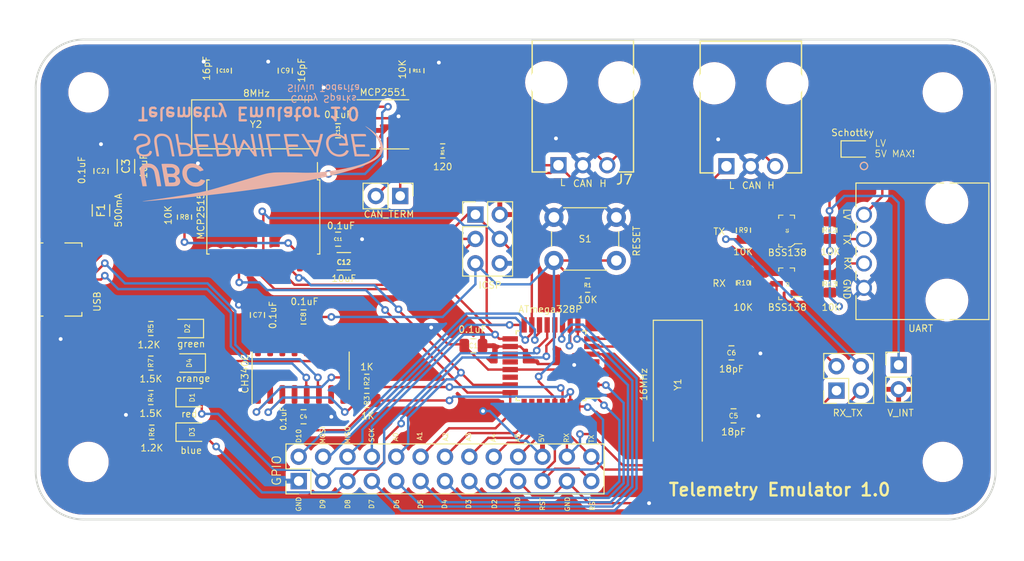
<source format=kicad_pcb>
(kicad_pcb (version 20211014) (generator pcbnew)
  (layers (0 "F.Cu" signal) (31 "B.Cu" signal) (34 "B.Paste" user) (35 "F.Paste" user) (36 "B.SilkS" user "B.Silkscreen") (37 "F.SilkS" user "F.Silkscreen") (38 "B.Mask" user) (39 "F.Mask" user) (44 "Edge.Cuts" user))
  (net 0 "")
  (net 1 "+5V")
  (net 2 "Earth")
  (net 3 "Net-(C5-Pad1)")
  (net 4 "Net-(C6-Pad1)")
  (net 5 "Net-(F1-Pad1)")
  (net 6 "MISO")
  (net 7 "SCK")
  (net 8 "MOSI")
  (net 9 "reset")
  (net 10 "D3")
  (net 11 "D4")
  (net 12 "D5")
  (net 13 "D6")
  (net 14 "D7")
  (net 15 "D8")
  (net 16 "D9")
  (net 20 "CAN_CS")
  (net 21 "CAN_INT")
  (net 22 "D10")
  (net 23 "A2")
  (net 24 "A3")
  (net 25 "A4")
  (net 26 "RX_USB")
  (net 27 "TX")
  (net 28 "A5")
  (net 30 "CANL")
  (net 31 "CANH")
  (net 33 "RX")
  (net 34 "TX_EXT")
  (net 35 "RX_EXT")
  (net 36 "D2")
  (net 37 "Net-(C8-Pad1)")
  (net 46 "Net-(C4-Pad2)")
  (net 47 "Net-(C9-Pad1)")
  (net 48 "Net-(D2-Pad2)")
  (net 49 "Net-(IC2-Pad1)")
  (net 50 "Net-(IC2-Pad2)")
  (net 57 "Net-(IC3-Pad8)")
  (net 58 "Net-(J1-Pad2)")
  (net 59 "Net-(J1-Pad3)")
  (net 60 "Net-(D4-Pad2)")
  (net 61 "Net-(D3-Pad1)")
  (net 62 "Net-(D1-Pad1)")
  (net 63 "Net-(R2-Pad1)")
  (net 64 "Net-(R3-Pad2)")
  (net 65 "Net-(J4-Pad1)")
  (net 66 "V_EXT")
  (net 67 "Net-(IC2-Pad17)")
  (net 68 "Net-(C10-Pad1)")
  (net 69 "Net-(D5-Pad2)")
  (net 70 "TX_USB")
  (footprint "Capacitor_SMD:C_0805_2012Metric" (layer "F.Cu") (at 157.48 92.642)
    (fp_text reference "C6")
    (fp_text value "18pF")
  )
  (footprint "Resistor_SMD:R_0805_2012Metric" (layer "F.Cu") (at 97 97.3)
    (fp_text reference "R4")
    (fp_text value "1.5K")
  )
  (footprint "Resistor_SMD:R_0805_2012Metric" (layer "F.Cu") (at 97 90.106)
    (fp_text reference "R5")
    (fp_text value "1.2K")
  )
  (footprint "MountingHole:MountingHole_3.2mm_M3" (layer "F.Cu") (at 179.5 104)
    (fp_text reference "H3")
    (fp_text value "MountingHole")
  )
  (footprint "Capacitor_SMD:C_1206_3216Metric" (layer "F.Cu") (at 94.4 73.2 90)
    (fp_text reference "C3")
    (fp_text value "10uF")
  )
  (footprint "Package_SO:SOIC-16_3.9x9.9mm_P1.27mm" (layer "F.Cu") (at 112.6 94.5 90)
    (fp_text reference "U1")
    (fp_text value "CH340C")
  )
  (footprint "Capacitor_SMD:C_0805_2012Metric" (layer "F.Cu") (at 157.7 99.2)
    (fp_text reference "C5")
    (fp_text value "18pF")
  )
  (footprint "Fuse:Fuse_1206_3216Metric" (layer "F.Cu") (at 91.8 77.8 90)
    (fp_text reference "F1")
    (fp_text value "500mA")
  )
  (footprint "digikey-footprints:SOT-23-3" (layer "F.Cu") (at 163.2325 79.947 180)
    (fp_text reference "Q1")
    (fp_text value "BSS138")
  )
  (footprint "Capacitor_SMD:C_0805_2012Metric" (layer "F.Cu") (at 104.648 63.246 90)
    (fp_text reference "C10")
    (fp_text value "16pF")
  )
  (footprint "Resistor_SMD:R_0805_2012Metric" (layer "F.Cu") (at 167.7325 85.447 -90)
    (fp_text reference "R13")
    (fp_text value "10K")
  )
  (footprint "LED_SMD:LED_0805_2012Metric" (layer "F.Cu") (at 101.3 100.9)
    (fp_text reference "D3")
    (fp_text value "blue")
  )
  (footprint "Button_Switch_THT:SW_PUSH_6mm" (layer "F.Cu") (at 138.99 78.522)
    (fp_text reference "S1")
    (fp_text value "RESET")
  )
  (footprint "Crystal:Crystal_SMD_HC49-SD" (layer "F.Cu") (at 107.95 68.834)
    (fp_text reference "Y2")
    (fp_text value "8MHz")
  )
  (footprint "Capacitor_SMD:C_0805_2012Metric" (layer "F.Cu") (at 112.9 88.9)
    (fp_text reference "C8")
    (fp_text value "0.1uF")
  )
  (footprint "Connector_PinHeader_2.54mm:PinHeader_2x03_P2.54mm_Vertical" (layer "F.Cu") (at 130.81 78.232)
    (fp_text reference "H1")
    (fp_text value "ICSP")
  )
  (footprint "Capacitor_SMD:C_0805_2012Metric" (layer "F.Cu") (at 130.6 91.9 180)
    (fp_text reference "C1")
    (fp_text value "0.1uF")
  )
  (footprint "Resistor_SMD:R_0805_2012Metric" (layer "F.Cu") (at 119.5 97.6 180)
    (fp_text reference "R3")
    (fp_text value "1K")
  )
  (footprint "MountingHole:MountingHole_3.2mm_M3" (layer "F.Cu") (at 90.5 104)
    (fp_text reference "H4")
    (fp_text value "MountingHole")
  )
  (footprint "Capacitor_SMD:C_0805_2012Metric" (layer "F.Cu") (at 112.9 99.3 180)
    (fp_text reference "C4")
    (fp_text value "0.1uF")
  )
  (footprint "Package_SO:SOIC-8_3.9x4.9mm_P1.27mm" (layer "F.Cu") (at 121.92 68.834)
    (fp_text reference "IC3")
    (fp_text value "MCP2551")
  )
  (footprint "Capacitor_SMD:C_0805_2012Metric" (layer "F.Cu") (at 91.8 73.7 -90)
    (fp_text reference "C2")
    (fp_text value "0.1uF")
  )
  (footprint "Capacitor_SMD:C_0805_2012Metric" (layer "F.Cu") (at 110.998 63.246 90)
    (fp_text reference "C9")
    (fp_text value "16pF")
  )
  (footprint "Connector_Molex:molex-sl-1x03-horizontal" (layer "F.Cu") (at 142 67 180)
    (fp_text reference "J7")
    (fp_text value "CAN")
  )
  (footprint "Capacitor_SMD:C_0805_2012Metric" (layer "F.Cu") (at 108.1 88.7 90)
    (fp_text reference "C7")
    (fp_text value "0.1uF")
  )
  (footprint "Package_SO:SOIC-18W_7.5x11.6mm_P1.27mm" (layer "F.Cu") (at 108.712 78.486 -90)
    (fp_text reference "IC2")
    (fp_text value "MCP2515")
  )
  (footprint "MountingHole:MountingHole_3.2mm_M3" (layer "F.Cu") (at 179.5 65.5)
    (fp_text reference "H2")
    (fp_text value "MountingHole")
  )
  (footprint "Capacitor_SMD:C_0805_2012Metric" (layer "F.Cu") (at 116.5 69.5 180)
    (fp_text reference "C13")
    (fp_text value "0.1uF")
  )
  (footprint "MountingHole:MountingHole_3.2mm_M3" (layer "F.Cu") (at 90.5 65.5)
    (fp_text reference "H5")
    (fp_text value "MountingHole")
  )
  (footprint "Connector_Molex:molex-sl-1x03-horizontal" (layer "F.Cu") (at 159.5 67.1 180)
    (fp_text reference "J8")
    (fp_text value "CAN")
  )
  (footprint "Capacitor_SMD:C_0805_2012Metric" (layer "F.Cu") (at 116.5 80.8)
    (fp_text reference "C11")
    (fp_text value "0.1uF")
  )
  (footprint "Resistor_SMD:R_0805_2012Metric" (layer "F.Cu") (at 97.1 100.9)
    (fp_text reference "R6")
    (fp_text value "1.2K")
  )
  (footprint "Resistor_SMD:R_0805_2012Metric" (layer "F.Cu") (at 124.714 63.246 -90)
    (fp_text reference "R11")
    (fp_text value "10K")
  )
  (footprint "Molex_SL:molex_sl_1x04_horizontal" (layer "F.Cu") (at 171.2885 78.2495 -90)
    (fp_text reference "J6")
    (fp_text value "UART")
  )
  (footprint "Resistor_SMD:R_0805_2012Metric" (layer "F.Cu") (at 127.4 71.6)
    (fp_text reference "R14")
    (fp_text value "120")
  )
  (footprint "Resistor_SMD:R_0805_2012Metric" (layer "F.Cu") (at 119.5 95.6)
    (fp_text reference "R2")
    (fp_text value "1K")
  )
  (footprint "Resistor_SMD:R_0805_2012Metric" (layer "F.Cu") (at 100.5 78.5 90)
    (fp_text reference "R8")
    (fp_text value "10K")
  )
  (footprint "Resistor_SMD:R_0805_2012Metric" (layer "F.Cu") (at 158.7325 79.8595 -90)
    (fp_text reference "R9")
    (fp_text value "10K")
  )
  (footprint "digikey-footprints:SOT-23-3" (layer "F.Cu") (at 163.2325 85.447 180)
    (fp_text reference "Q2")
    (fp_text value "BSS138")
  )
  (footprint "Package_QFP:TQFP-32_7x7mm_P0.8mm" (layer "F.Cu") (at 138.684 93.98 180)
    (fp_text reference "IC1")
    (fp_text value "ATmega328P")
  )
  (footprint "Resistor_SMD:R_0805_2012Metric" (layer "F.Cu") (at 142.5 85.6 180)
    (fp_text reference "R1")
    (fp_text value "10K")
  )
  (footprint "Connector_USB:USB_Micro-B_Molex_47346-0001" (layer "F.Cu") (at 88.1 85 -90)
    (fp_text reference "J1")
    (fp_text value "USB")
  )
  (footprint "LED_SMD:LED_0805_2012Metric" (layer "F.Cu") (at 100.8 90.106 180)
    (fp_text reference "D2")
    (fp_text value "green")
  )
  (footprint "Resistor_SMD:R_0805_2012Metric" (layer "F.Cu") (at 167.7325 79.8595 -90)
    (fp_text reference "R12")
    (fp_text value "10K")
  )
  (footprint "Connector_PinHeader_2.54mm:PinHeader_1x02_P2.54mm_Vertical" (layer "F.Cu") (at 174.9 93.9)
    (fp_text reference "J5")
    (fp_text value "V_INT")
  )
  (footprint "Connector_PinHeader_2.54mm:PinHeader_1x02_P2.54mm_Vertical" (layer "F.Cu") (at 122.975 76.3 -90)
    (fp_text reference "J4")
    (fp_text value "CAN_TERM")
  )
  (footprint "Diode_SMD:D_SOD-323" (layer "F.Cu") (at 170.4 71.4)
    (fp_text reference "D5")
    (fp_text value "Schottky")
  )
  (footprint "LED_SMD:LED_0805_2012Metric" (layer "F.Cu") (at 101 93.7 180)
    (fp_text reference "D4")
    (fp_text value "orange")
  )
  (footprint "LED_SMD:LED_0805_2012Metric" (layer "F.Cu") (at 101.3 97.3)
    (fp_text reference "D1")
    (fp_text value "red")
  )
  (footprint "Capacitor_SMD:C_1206_3216Metric" (layer "F.Cu") (at 117.1 83.1)
    (fp_text reference "C12")
    (fp_text value "10uF")
  )
  (footprint "Resistor_SMD:R_0805_2012Metric" (layer "F.Cu") (at 97 93.706)
    (fp_text reference "R7")
    (fp_text value "1.5K")
  )
  (footprint "Crystal:Crystal_SMD_HC49-SD" (layer "F.Cu") (at 151.892 95.944 -90)
    (fp_text reference "Y1")
    (fp_text value "16MHz")
  )
  (footprint "Connector_PinHeader_2.54mm:PinHeader_2x02_P2.54mm_Vertical" (layer "F.Cu") (at 168.425 96.575 90)
    (fp_text reference "J2")
    (fp_text value "RX_TX")
  )
  (footprint "Resistor_SMD:R_0805_2012Metric" (layer "F.Cu") (at 158.7325 85.3595 -90)
    (fp_text reference "R10")
    (fp_text value "10K")
  )
  (footprint "Connector_PinHeader_2.54mm:PinHeader_2x13_P2.54mm_Vertical" (layer "F.Cu") (at 112.4 106 90)
    (fp_text reference "J3")
    (fp_text value "GPIO")
  )
  (footprint "LOGO" (layer "B.Cu") (at 108 72.2)
    (fp_text reference "G***")
    (fp_text value "LOGO" hide)
  )
  (gr_arc (start 180 60) (mid 183.535534 61.464466) (end 185 65) (layer "Edge.Cuts") (width 0.2))
  (gr_line (start 90 110) (end 180 110) (layer "Edge.Cuts") (width 0.2))
  (gr_rect (start 185 110) (end 185 110) (layer "Edge.Cuts") (width 0.1) (fill none))
  (gr_line (start 185 105) (end 185 65) (layer "Edge.Cuts") (width 0.2))
  (gr_arc (start 185 105) (mid 183.535534 108.535534) (end 180 110) (layer "Edge.Cuts") (width 0.2))
  (gr_line (start 85 105) (end 85 65) (layer "Edge.Cuts") (width 0.2))
  (gr_arc (start 85 65) (mid 86.464466 61.464466) (end 90 60) (layer "Edge.Cuts") (width 0.2))
  (gr_arc (start 90 110) (mid 86.464466 108.535534) (end 85 105) (layer "Edge.Cuts") (width 0.2))
  (gr_line (start 90 60) (end 180 60) (layer "Edge.Cuts") (width 0.2))
  (gr_text "Telemetry Emulator 1.0" (at 107.2 67.7 180) (layer "B.SilkS") (effects (font (size 1.3 1.3) (thickness 0.25)) (justify mirror)))
  (gr_text "Colby Sparks\nSilviu Toderita" (at 115 65.6 180) (layer "B.SilkS") (effects (font (size 0.7 0.7) (thickness 0.1)) (justify mirror)))
  (gr_text "Telemetry Emulator 1.0" (at 162.5 106.9) (layer "F.SilkS") (effects (font (size 1.3 1.3) (thickness 0.25))))
  (gr_text "RX" (at 169.6 83.3 270) (layer "F.SilkS") (effects (font (size 0.7 0.7) (thickness 0.1))))
  (gr_text "GND" (at 169.5 86 270) (layer "F.SilkS") (effects (font (size 0.7 0.7) (thickness 0.1))))
  (gr_text "LV" (at 169.5 78.2 270) (layer "F.SilkS") (effects (font (size 0.7 0.7) (thickness 0.1))))
  (gr_text "TX" (at 169.5 80.8 270) (layer "F.SilkS") (effects (font (size 0.7 0.7) (thickness 0.1))))
  (segment (start 135.484 91.98) (end 137.304 93.8) (width 0.25) (layer "F.Cu") (net 1))
  (segment (start 140 93.8) (end 141.02 92.78) (width 0.25) (layer "F.Cu") (net 1))
  (segment (start 134.434 91.98) (end 135.484 91.98) (width 0.25) (layer "F.Cu") (net 1))
  (segment (start 143.98 92.78) (end 144.4 93.2) (width 0.25) (layer "F.Cu") (net 1))
  (segment (start 144.4 93.2) (end 144.4 94.2) (width 0.25) (layer "F.Cu") (net 1))
  (segment (start 141.02 92.78) (end 142.934 92.78) (width 0.25) (layer "F.Cu") (net 1))
  (segment (start 142.934 92.78) (end 143.98 92.78) (width 0.25) (layer "F.Cu") (net 1))
  (segment (start 144.22 94.38) (end 142.934 94.38) (width 0.25) (layer "F.Cu") (net 1))
  (segment (start 131.63 91.98) (end 134.434 91.98) (width 0.25) (layer "F.Cu") (net 1))
  (segment (start 137.304 93.8) (end 140 93.8) (width 0.25) (layer "F.Cu") (net 1))
  (segment (start 144.4 94.2) (end 144.22 94.38) (width 0.25) (layer "F.Cu") (net 1))
  (via (at 131.6 98.7) (size 0.8) (drill 0.4) (layers "F.Cu" "B.Cu") (net 1))
  (segment (start 135.4 101.8) (end 136.14 101.8) (width 0.25) (layer "B.Cu") (net 1))
  (segment (start 136.14 101.8) (end 137.8 103.46) (width 0.25) (layer "B.Cu") (net 1))
  (segment (start 132.3 98.7) (end 135.4 101.8) (width 0.25) (layer "B.Cu") (net 1))
  (segment (start 131.6 98.7) (end 132.3 98.7) (width 0.25) (layer "B.Cu") (net 1))
  (segment (start 106.174598 87.65) (end 106.158698 87.6341) (width 0.25) (layer "F.Cu") (net 2))
  (segment (start 115.55 65.55) (end 115.55 69.5) (width 0.25) (layer "F.Cu") (net 2))
  (segment (start 108.1 87.65) (end 106.174598 87.65) (width 0.25) (layer "F.Cu") (net 2))
  (segment (start 141.1 94.271) (end 142.009 95.18) (width 0.25) (layer "F.Cu") (net 2))
  (segment (start 115.8 99.3) (end 113.85 99.3) (width 0.25) (layer "F.Cu") (net 2))
  (segment (start 142.009 95.18) (end 142.934 95.18) (width 0.25) (layer "F.Cu") (net 2))
  (segment (start 106.3 96.5) (end 106.775 96.975) (width 0.25) (layer "F.Cu") (net 2))
  (segment (start 141.42 93.58) (end 142.934 93.58) (width 0.25) (layer "F.Cu") (net 2))
  (segment (start 140.62 94.38) (end 134.434 94.38) (width 0.25) (layer "F.Cu") (net 2))
  (segment (start 139.205 70.3) (end 139.2 70.3) (width 0.25) (layer "F.Cu") (net 2))
  (segment (start 127 62.4) (end 126.9335 62.3335) (width 0.25) (layer "F.Cu") (net 2))
  (segment (start 118.575 81.225) (end 119 80.8) (width 0.25) (layer "F.Cu") (net 2))
  (segment (start 122.8 68) (end 122.601 68.199) (width 0.25) (layer "F.Cu") (net 2))
  (segment (start 141.1 93.9) (end 141.42 93.58) (width 0.25) (layer "F.Cu") (net 2))
  (segment (start 118.575 83.1) (end 118.575 81.225) (width 0.25) (layer "F.Cu") (net 2))
  (segment (start 106.775 96.975) (end 108.155 96.975) (width 0.25) (layer "F.Cu") (net 2))
  (segment (start 104.644 62.3) (end 104.648 62.296) (width 0.25) (layer "F.Cu") (net 2))
  (segment (start 142.64 108.3) (end 140.34 106) (width 0.25) (layer "F.Cu") (net 2))
  (segment (start 159.5 73.195) (end 156.605 70.3) (width 0.25) (layer "F.Cu") (net 2))
  (segment (start 89.56 86.3) (end 87.15 86.3) (width 0.25) (layer "F.Cu") (net 2))
  (segment (start 142 73.095) (end 139.205 70.3) (width 0.25) (layer "F.Cu") (net 2))
  (segment (start 89.475 82.5125) (end 87.7875 82.5125) (width 0.25) (layer "F.Cu") (net 2))
  (segment (start 87.7875 82.5125) (end 86.9 81.625) (width 0.25) (layer "F.Cu") (net 2))
  (segment (start 160.5 92.7) (end 158.488 92.7) (width 0.25) (layer "F.Cu") (net 2))
  (segment (start 91.8 70.9) (end 93.575 70.9) (width 0.25) (layer "F.Cu") (net 2))
  (segment (start 109.224 62.296) (end 109.22 62.3) (width 0.25) (layer "F.Cu") (net 2))
  (segment (start 87.6 91.2) (end 87.171 90.771) (width 0.25) (layer "F.Cu") (net 2))
  (segment (start 158.488 92.7) (end 158.43 92.642) (width 0.25) (layer "F.Cu") (net 2))
  (segment (start 148.9 108.3) (end 142.64 108.3) (width 0.25) (layer "F.Cu") (net 2))
  (segment (start 96.1875 100.8875) (end 94.4 99.1) (width 0.25) (layer "F.Cu") (net 2))
  (segment (start 86.9 86.55) (end 86.9 83.85) (width 0.25) (layer "F.Cu") (net 2))
  (segment (start 93.575 70.9) (end 94.4 71.725) (width 0.25) (layer "F.Cu") (net 2))
  (segment (start 87.171 88.646) (end 86.9 88.375) (width 0.25) (layer "F.Cu") (net 2))
  (segment (start 141.1 93.9) (end 140.62 94.38) (width 0.25) (layer "F.Cu") (net 2))
  (segment (start 117.45 80.8) (end 119 80.8) (width 0.25) (layer "F.Cu") (net 2))
  (segment (start 87.171 90.771) (end 87.171 88.646) (width 0.25) (layer "F.Cu") (net 2))
  (segment (start 136.76 107.5) (end 135.26 106) (width 0.25) (layer "F.Cu") (net 2))
  (segment (start 86.9 83.85) (end 86.9 81.625) (width 0.25) (layer "F.Cu") (net 2))
  (segment (start 141.1 93.9) (end 141.1 94.271) (width 0.25) (layer "F.Cu") (net 2))
  (segment (start 129.65 91.9) (end 132.13 94.38) (width 0.25) (layer "F.Cu") (net 2))
  (segment (start 103.632 73.836) (end 102.836 73.836) (width 0.25) (layer "F.Cu") (net 2))
  (segment (start 86.9 88.375) (end 86.9 86.55) (width 0.25) (layer "F.Cu") (net 2))
  (segment (start 115 65) (end 115.55 65.55) (width 0.25) (layer "F.Cu") (net 2))
  (segment (start 127.95 91.75) (end 129.65 91.75) (width 0.25) (layer "F.Cu") (net 2))
  (segment (start 126.2 90) (end 127.95 91.75) (width 0.25) (layer "F.Cu") (net 2))
  (segment (start 138.84 107.5) (end 136.76 107.5) (width 0.25) (layer "F.Cu") (net 2))
  (segment (start 158.65 99.2) (end 160.3 99.2) (width 0.25) (layer "F.Cu") (net 2))
  (segment (start 140.34 106) (end 138.84 107.5) (width 0.25) (layer "F.Cu") (net 2))
  (segment (start 102.5 62.3) (end 104.644 62.3) (width 0.25) (layer "F.Cu") (net 2))
  (segment (start 87.15 86.3) (end 86.9 86.55) (width 0.25) (layer "F.Cu") (net 2))
  (segment (start 86.9 88.375) (end 88.5875 88.375) (width 0.25) (layer "F.Cu") (net 2))
  (segment (start 96.1875 100.9) (end 96.1875 100.8875) (width 0.25) (layer "F.Cu") (net 2))
  (segment (start 91.8 70.9) (end 91.8 72.75) (width 0.25) (layer "F.Cu") (net 2))
  (segment (start 88.5875 88.375) (end 89.475 87.4875) (width 0.25) (layer "F.Cu") (net 2))
  (segment (start 96.0875 97.3) (end 96.0875 97.4125) (width 0.25) (layer "F.Cu") (net 2))
  (segment (start 96.0875 97.4125) (end 94.4 99.1) (width 0.25) (layer "F.Cu") (net 2))
  (segment (start 132.13 94.38) (end 134.434 94.38) (width 0.25) (layer "F.Cu") (net 2))
  (segment (start 156.605 70.3) (end 156.5 70.3) (width 0.25) (layer "F.Cu") (net 2))
  (segment (start 122.601 68.199) (end 119.445 68.199) (width 0.25) (layer "F.Cu") (net 2))
  (segment (start 126.9335 62.3335) (end 124.714 62.3335) (width 0.25) (layer "F.Cu") (net 2))
  (segment (start 110.998 62.296) (end 109.224 62.296) (width 0.25) (layer "F.Cu") (net 2))
  (segment (start 102.836 73.836) (end 101.9 72.9) (width 0.25) (layer "F.Cu") (net 2))
  (via (at 106.158698 87.6341) (size 0.8) (drill 0.4) (layers "F.Cu" "B.Cu") (net 2))
  (via (at 139.2 70.3) (size 0.8) (drill 0.4) (layers "F.Cu" "B.Cu") (net 2))
  (via (at 106.3 96.5) (size 0.8) (drill 0.4) (layers "F.Cu" "B.Cu") (net 2))
  (via (at 101.9 72.9) (size 0.8) (drill 0.4) (layers "F.Cu" "B.Cu") (net 2))
  (via (at 115 65) (size 0.8) (drill 0.4) (layers "F.Cu" "B.Cu") (net 2))
  (via (at 119 80.8) (size 0.8) (drill 0.4) (layers "F.Cu" "B.Cu") (net 2))
  (via (at 141.1 93.9) (size 0.8) (drill 0.4) (layers "F.Cu" "B.Cu") (net 2))
  (via (at 122.8 68) (size 0.8) (drill 0.4) (layers "F.Cu" "B.Cu") (net 2))
  (via (at 126.2 90) (size 0.8) (drill 0.4) (layers "F.Cu" "B.Cu") (net 2))
  (via (at 109.22 62.3) (size 0.8) (drill 0.4) (layers "F.Cu" "B.Cu") (net 2))
  (via (at 127 62.4) (size 0.8) (drill 0.4) (layers "F.Cu" "B.Cu") (net 2))
  (via (at 160.3 99.2) (size 0.8) (drill 0.4) (layers "F.Cu" "B.Cu") (net 2))
  (via (at 156.1 70.4) (size 0.8) (drill 0.4) (layers "F.Cu" "B.Cu") (net 2))
  (via (at 94.4 99.1) (size 0.8) (drill 0.4) (layers "F.Cu" "B.Cu") (net 2))
  (via (at 115.8 99.3) (size 0.8) (drill 0.4) (layers "F.Cu" "B.Cu") (net 2))
  (via (at 91.8 70.9) (size 0.8) (drill 0.4) (layers "F.Cu" "B.Cu") (net 2))
  (via (at 87.6 91.2) (size 0.8) (drill 0.4) (layers "F.Cu" "B.Cu") (net 2))
  (via (at 102.5 62.3) (size 0.8) (drill 0.4) (layers "F.Cu" "B.Cu") (net 2))
  (via (at 160.5 92.7) (size 0.8) (drill 0.4) (layers "F.Cu" "B.Cu") (net 2))
  (via (at 148.9 108.3) (size 0.8) (drill 0.4) (layers "F.Cu" "B.Cu") (net 2))
  (segment (start 155.756 100.194) (end 151.892 100.194) (width 0.25) (layer "F.Cu") (net 3))
  (segment (start 149.3 95.7) (end 149.3 99.3) (width 0.25) (layer "F.Cu") (net 3))
  (segment (start 156.75 99.2) (end 155.756 100.194) (width 0.25) (layer "F.Cu") (net 3))
  (segment (start 149.3 99.3) (end 150.194 100.194) (width 0.25) (layer "F.Cu") (net 3))
  (segment (start 145.58 91.98) (end 149.3 95.7) (width 0.25) (layer "F.Cu") (net 3))
  (segment (start 150.194 100.194) (end 151.892 100.194) (width 0.25) (layer "F.Cu") (net 3))
  (segment (start 142.934 91.98) (end 145.58 91.98) (width 0.25) (layer "F.Cu") (net 3))
  (segment (start 155.582 91.694) (end 151.892 91.694) (width 0.25) (layer "F.Cu") (net 4))
  (segment (start 142.934 91.18) (end 151.378 91.18) (width 0.25) (layer "F.Cu") (net 4))
  (segment (start 151.378 91.18) (end 151.892 91.694) (width 0.25) (layer "F.Cu") (net 4))
  (segment (start 156.53 92.642) (end 155.582 91.694) (width 0.25) (layer "F.Cu") (net 4))
  (segment (start 91.8 82.5) (end 91.8 79.2) (width 0.25) (layer "F.Cu") (net 5))
  (segment (start 90.6 83.7) (end 91.8 82.5) (width 0.25) (layer "F.Cu") (net 5))
  (segment (start 89.66 83.7) (end 90.6 83.7) (width 0.25) (layer "F.Cu") (net 5))
  (segment (start 131.985 89.210305) (end 131.985 79.407) (width 0.25) (layer "F.Cu") (net 6))
  (segment (start 129.968 78.232) (end 122.65 85.55) (width 0.25) (layer "F.Cu") (net 6))
  (segment (start 134.37 89.73) (end 132.504695 89.73) (width 0.25) (layer "F.Cu") (net 6))
  (segment (start 131.985 79.407) (end 130.81 78.232) (width 0.25) (layer "F.Cu") (net 6))
  (segment (start 122.65 85.55) (end 111.969249 85.55) (width 0.25) (layer "F.Cu") (net 6))
  (segment (start 109.982 83.562751) (end 109.982 83.136) (width 0.25) (layer "F.Cu") (net 6))
  (segment (start 130.81 78.232) (end 129.968 78.232) (width 0.25) (layer "F.Cu") (net 6))
  (segment (start 111.969249 85.55) (end 109.982 83.562751) (width 0.25) (layer "F.Cu") (net 6))
  (segment (start 135.884 89.73) (end 134.37 89.73) (width 0.25) (layer "F.Cu") (net 6))
  (segment (start 132.504695 89.73) (end 131.985 89.210305) (width 0.25) (layer "F.Cu") (net 6))
  (via (at 134.37 89.73) (size 0.8) (drill 0.4) (layers "F.Cu" "B.Cu") (net 6))
  (segment (start 134.37 89.73) (end 129.942792 89.73) (width 0.25) (layer "B.Cu") (net 6))
  (segment (start 129.942792 89.73) (end 119.04 100.632792) (width 0.25) (layer "B.Cu") (net 6))
  (segment (start 119.04 100.632792) (end 119.04 101.9) (width 0.25) (layer "B.Cu") (net 6))
  (segment (start 119.04 101.9) (end 117.48 103.46) (width 0.25) (layer "B.Cu") (net 6))
  (segment (start 128.6 86.474695) (end 128.6 82.982) (width 0.25) (layer "F.Cu") (net 7))
  (segment (start 132.862652 90.737348) (end 128.6 86.474695) (width 0.25) (layer "F.Cu") (net 7))
  (segment (start 133.305305 91.18) (end 132.862652 90.737348) (width 0.25) (layer "F.Cu") (net 7))
  (segment (start 128.528 80.772) (end 123.3 86) (width 0.25) (layer "F.Cu") (net 7))
  (segment (start 107.442 83.562751) (end 107.442 83.136) (width 0.25) (layer "F.Cu") (net 7))
  (segment (start 109.879249 86) (end 107.442 83.562751) (width 0.25) (layer "F.Cu") (net 7))
  (segment (start 123.3 86) (end 109.879249 86) (width 0.25) (layer "F.Cu") (net 7))
  (segment (start 128.6 82.982) (end 130.81 80.772) (width 0.25) (layer "F.Cu") (net 7))
  (segment (start 134.434 91.18) (end 133.305305 91.18) (width 0.25) (layer "F.Cu") (net 7))
  (segment (start 130.81 80.772) (end 128.528 80.772) (width 0.25) (layer "F.Cu") (net 7))
  (via (at 132.862652 90.737348) (size 0.8) (drill 0.4) (layers "F.Cu" "B.Cu") (net 7))
  (segment (start 129.57184 90.737348) (end 132.862652 90.737348) (width 0.25) (layer "B.Cu") (net 7))
  (segment (start 120.02 100.289188) (end 129.57184 90.737348) (width 0.25) (layer "B.Cu") (net 7))
  (segment (start 120.02 103.46) (end 120.02 100.289188) (width 0.25) (layer "B.Cu") (net 7))
  (segment (start 136.684 89.73) (end 136.684 84.106) (width 0.25) (layer "F.Cu") (net 8))
  (segment (start 136 91.3) (end 136 91.274198) (width 0.25) (layer "F.Cu") (net 8))
  (segment (start 108.6 77.9) (end 108.712 78.012) (width 0.25) (layer "F.Cu") (net 8))
  (segment (start 136.687099 89.733099) (end 136.684 89.73) (width 0.25) (layer "F.Cu") (net 8))
  (segment (start 136 91.274198) (end 136.687099 90.587099) (width 0.25) (layer "F.Cu") (net 8))
  (segment (start 108.712 78.012) (end 108.712 83.136) (width 0.25) (layer "F.Cu") (net 8))
  (segment (start 136.687099 90.587099) (end 136.687099 89.733099) (width 0.25) (layer "F.Cu") (net 8))
  (segment (start 136.684 84.106) (end 133.35 80.772) (width 0.25) (layer "F.Cu") (net 8))
  (via (at 108.6 77.9) (size 0.8) (drill 0.4) (layers "F.Cu" "B.Cu") (net 8))
  (via (at 136 91.3) (size 0.8) (drill 0.4) (layers "F.Cu" "B.Cu") (net 8))
  (segment (start 131.985 79.407) (end 133.35 80.772) (width 0.25) (layer "B.Cu") (net 8))
  (segment (start 115.54 103.46) (end 114.94 103.46) (width 0.25) (layer "B.Cu") (net 8))
  (segment (start 128.828 78.6) (end 129.635 79.407) (width 0.25) (layer "B.Cu") (net 8))
  (segment (start 135.5 90.8) (end 135.5 89.5) (width 0.25) (layer "B.Cu") (net 8))
  (segment (start 135.5 89.5) (end 135 89) (width 0.25) (layer "B.Cu") (net 8))
  (segment (start 129.635 79.407) (end 131.985 79.407) (width 0.25) (layer "B.Cu") (net 8))
  (segment (start 135 89) (end 130.036396 89) (width 0.25) (layer "B.Cu") (net 8))
  (segment (start 108.6 77.9) (end 109.3 78.6) (width 0.25) (layer "B.Cu") (net 8))
  (segment (start 130.036396 89) (end 115.576396 103.46) (width 0.25) (layer "B.Cu") (net 8))
  (segment (start 115.576396 103.46) (end 114.94 103.46) (width 0.25) (layer "B.Cu") (net 8))
  (segment (start 136 91.3) (end 135.5 90.8) (width 0.25) (layer "B.Cu") (net 8))
  (segment (start 109.3 78.6) (end 128.828 78.6) (width 0.25) (layer "B.Cu") (net 8))
  (segment (start 137.4 95.621) (end 139.084 97.305) (width 0.25) (layer "F.Cu") (net 9))
  (segment (start 141.5875 85.6) (end 141.568 85.6) (width 0.25) (layer "F.Cu") (net 9))
  (segment (start 141.568 85.6) (end 138.99 83.022) (width 0.25) (layer "F.Cu") (net 9))
  (segment (start 137.4 95.1045) (end 137.4 95.621) (width 0.25) (layer "F.Cu") (net 9))
  (segment (start 137.8 105.2) (end 137.8 106) (width 0.25) (layer "F.Cu") (net 9))
  (segment (start 113.85 88.9) (end 115.8 88.9) (width 0.25) (layer "F.Cu") (net 9))
  (segment (start 139.084 104.716) (end 141.596 104.716) (width 0.25) (layer "F.Cu") (net 9))
  (segment (start 145.49 83.022) (end 138.99 83.022) (width 0.25) (layer "F.Cu") (net 9))
  (segment (start 139.084 103.916) (end 137.8 105.2) (width 0.25) (layer "F.Cu") (net 9))
  (segment (start 139.084 104.716) (end 137.8 106) (width 0.25) (layer "F.Cu") (net 9))
  (segment (start 139.084 97.305) (end 139.084 98.23) (width 0.25) (layer "F.Cu") (net 9))
  (segment (start 139.084 98.23) (end 139.084 103.916) (width 0.25) (layer "F.Cu") (net 9))
  (segment (start 141.596 104.716) (end 142.88 106) (width 0.25) (layer "F.Cu") (net 9))
  (via (at 137.4 95.1045) (size 0.8) (drill 0.4) (layers "F.Cu" "B.Cu") (net 9))
  (via (at 115.8 88.9) (size 0.8) (drill 0.4) (layers "F.Cu" "B.Cu") (net 9))
  (segment (start 136.512 85.5) (end 138.99 83.022) (width 0.25) (layer "B.Cu") (net 9))
  (segment (start 127.4 88.9) (end 130.81 85.49) (width 0.25) (layer "B.Cu") (net 9))
  (segment (start 115.8 88.9) (end 127.4 88.9) (width 0.25) (layer "B.Cu") (net 9))
  (segment (start 138.99 93.5145) (end 138.99 83.022) (width 0.25) (layer "B.Cu") (net 9))
  (segment (start 137.4 95.1045) (end 138.99 93.5145) (width 0.25) (layer "B.Cu") (net 9))
  (segment (start 130.81 85.49) (end 130.81 83.312) (width 0.25) (layer "B.Cu") (net 9))
  (segment (start 132.998 85.5) (end 130.81 83.312) (width 0.25) (layer "B.Cu") (net 9))
  (segment (start 136.512 85.5) (end 132.998 85.5) (width 0.25) (layer "B.Cu") (net 9))
  (segment (start 144.2 98.046) (end 142.934 96.78) (width 0.25) (layer "F.Cu") (net 10))
  (segment (start 144.2 98.1) (end 144.2 98.046) (width 0.25) (layer "F.Cu") (net 10))
  (via (at 144.2 98.1) (size 0.8) (drill 0.4) (layers "F.Cu" "B.Cu") (net 10))
  (segment (start 145.8 99.654502) (end 145.8 106.027208) (width 0.25) (layer "B.Cu") (net 10))
  (segment (start 144.2 98.1) (end 144.245498 98.1) (width 0.25) (layer "B.Cu") (net 10))
  (segment (start 144.245498 98.1) (end 145.8 99.654502) (width 0.25) (layer "B.Cu") (net 10))
  (segment (start 145.8 106.027208) (end 144.527208 107.3) (width 0.25) (layer "B.Cu") (net 10))
  (segment (start 131.48 107.3) (end 130.18 106) (width 0.25) (layer "B.Cu") (net 10))
  (segment (start 144.527208 107.3) (end 131.48 107.3) (width 0.25) (layer "B.Cu") (net 10))
  (segment (start 144.4 96) (end 144.38 95.98) (width 0.25) (layer "F.Cu") (net 11))
  (segment (start 144.38 95.98) (end 142.934 95.98) (width 0.25) (layer "F.Cu") (net 11))
  (via (at 144.4 96) (size 0.8) (drill 0.4) (layers "F.Cu" "B.Cu") (net 11))
  (segment (start 144.713604 107.75) (end 129.39 107.75) (width 0.25) (layer "B.Cu") (net 11))
  (segment (start 146.25 97.85) (end 146.25 106.213604) (width 0.25) (layer "B.Cu") (net 11))
  (segment (start 146.25 106.213604) (end 144.713604 107.75) (width 0.25) (layer "B.Cu") (net 11))
  (segment (start 129.39 107.75) (end 127.64 106) (width 0.25) (layer "B.Cu") (net 11))
  (segment (start 144.4 96) (end 146.25 97.85) (width 0.25) (layer "B.Cu") (net 11))
  (segment (start 141.484 91.116) (end 141.4 91.2) (width 0.25) (layer "F.Cu") (net 12))
  (segment (start 141.484 89.73) (end 141.484 91.116) (width 0.25) (layer "F.Cu") (net 12))
  (via (at 141.4 91.2) (size 0.8) (drill 0.4) (layers "F.Cu" "B.Cu") (net 12))
  (segment (start 127.3 108.2) (end 125.1 106) (width 0.25) (layer "B.Cu") (net 12))
  (segment (start 146.7 106.4) (end 144.9 108.2) (width 0.25) (layer "B.Cu") (net 12))
  (segment (start 146.7 96) (end 146.7 106.4) (width 0.25) (layer "B.Cu") (net 12))
  (segment (start 144.9 108.2) (end 127.3 108.2) (width 0.25) (layer "B.Cu") (net 12))
  (segment (start 141.4 91.2) (end 141.9 91.2) (width 0.25) (layer "B.Cu") (net 12))
  (segment (start 141.9 91.2) (end 146.7 96) (width 0.25) (layer "B.Cu") (net 12))
  (segment (start 140.675 89.739) (end 140.675 91.825) (width 0.25) (layer "F.Cu") (net 13))
  (segment (start 140.684 89.73) (end 140.675 89.739) (width 0.25) (layer "F.Cu") (net 13))
  (segment (start 140.675 91.825) (end 140.6 91.9) (width 0.25) (layer "F.Cu") (net 13))
  (via (at 140.6 91.9) (size 0.8) (drill 0.4) (layers "F.Cu" "B.Cu") (net 13))
  (segment (start 147.15 106.586396) (end 145.086396 108.65) (width 0.25) (layer "B.Cu") (net 13))
  (segment (start 140.6 91.9) (end 140.6 90.8) (width 0.25) (layer "B.Cu") (net 13))
  (segment (start 147.15 95.55) (end 147.15 106.586396) (width 0.25) (layer "B.Cu") (net 13))
  (segment (start 125.21 108.65) (end 122.56 106) (width 0.25) (layer "B.Cu") (net 13))
  (segment (start 145.086396 108.65) (end 125.21 108.65) (width 0.25) (layer "B.Cu") (net 13))
  (segment (start 141.2 90.2) (end 141.8 90.2) (width 0.25) (layer "B.Cu") (net 13))
  (segment (start 140.6 90.8) (end 141.2 90.2) (width 0.25) (layer "B.Cu") (net 13))
  (segment (start 141.8 90.2) (end 147.15 95.55) (width 0.25) (layer "B.Cu") (net 13))
  (segment (start 139.884 89.73) (end 139.884 91.116) (width 0.25) (layer "F.Cu") (net 14))
  (segment (start 139.884 91.116) (end 139.8 91.2) (width 0.25) (layer "F.Cu") (net 14))
  (via (at 139.8 91.2) (size 0.8) (drill 0.4) (layers "F.Cu" "B.Cu") (net 14))
  (segment (start 145.272792 109.1) (end 123.12 109.1) (width 0.25) (layer "B.Cu") (net 14))
  (segment (start 123.12 109.1) (end 120.02 106) (width 0.25) (layer "B.Cu") (net 14))
  (segment (start 140.8 89.7) (end 142 89.7) (width 0.25) (layer "B.Cu") (net 14))
  (segment (start 147.6 106.772792) (end 145.272792 109.1) (width 0.25) (layer "B.Cu") (net 14))
  (segment (start 139.8 91.2) (end 139.8 90.7) (width 0.25) (layer "B.Cu") (net 14))
  (segment (start 147.6 95.3) (end 147.6 106.772792) (width 0.25) (layer "B.Cu") (net 14))
  (segment (start 139.8 90.7) (end 140.8 89.7) (width 0.25) (layer "B.Cu") (net 14))
  (segment (start 142 89.7) (end 147.6 95.3) (width 0.25) (layer "B.Cu") (net 14))
  (segment (start 138.2 91.9) (end 138.2 93) (width 0.25) (layer "F.Cu") (net 15))
  (segment (start 103.7375 102.4) (end 102.2375 100.9) (width 0.25) (layer "F.Cu") (net 15))
  (segment (start 139.084 89.73) (end 139.084 91.016) (width 0.25) (layer "F.Cu") (net 15))
  (segment (start 139.084 91.016) (end 138.2 91.9) (width 0.25) (layer "F.Cu") (net 15))
  (segment (start 120.5 104.8) (end 118.68 104.8) (width 0.25) (layer "F.Cu") (net 15))
  (segment (start 118.68 104.8) (end 117.48 106) (width 0.25) (layer "F.Cu") (net 15))
  (segment (start 103.8 102.4) (end 103.7375 102.4) (width 0.25) (layer "F.Cu") (net 15))
  (segment (start 121.3 104) (end 120.5 104.8) (width 0.25) (layer "F.Cu") (net 15))
  (segment (start 123.0755 100) (end 121.3 101.7755) (width 0.25) (layer "F.Cu") (net 15))
  (segment (start 121.3 101.7755) (end 121.3 104) (width 0.25) (layer "F.Cu") (net 15))
  (via (at 123.0755 100) (size 0.8) (drill 0.4) (layers "F.Cu" "B.Cu") (net 15))
  (via (at 138.2 93) (size 0.8) (drill 0.4) (layers "F.Cu" "B.Cu") (net 15))
  (via (at 103.8 102.4) (size 0.8) (drill 0.4) (layers "F.Cu" "B.Cu") (net 15))
  (segment (start 103.8 102.4) (end 108.575 107.175) (width 0.25) (layer "B.Cu") (net 15))
  (segment (start 129.438604 93.125) (end 138.075 93.125) (width 0.25) (layer "B.Cu") (net 15))
  (segment (start 116.305 107.175) (end 117.48 106) (width 0.25) (layer "B.Cu") (net 15))
  (segment (start 138.075 93.125) (end 138.2 93) (width 0.25) (layer "B.Cu") (net 15))
  (segment (start 123.0755 99.488104) (end 129.438604 93.125) (width 0.25) (layer "B.Cu") (net 15))
  (segment (start 108.575 107.175) (end 116.305 107.175) (width 0.25) (layer "B.Cu") (net 15))
  (segment (start 123.0755 100) (end 123.0755 99.488104) (width 0.25) (layer "B.Cu") (net 15))
  (segment (start 138.284 91.116) (end 137.2 92.2) (width 0.25) (layer "F.Cu") (net 16))
  (segment (start 138.284 89.73) (end 138.284 91.116) (width 0.25) (layer "F.Cu") (net 16))
  (segment (start 102.3 99) (end 102.3 97.3625) (width 0.25) (layer "F.Cu") (net 16))
  (segment (start 102.3 97.3625) (end 102.2375 97.3) (width 0.25) (layer "F.Cu") (net 16))
  (segment (start 137.2 92.2) (end 137.2 92.4) (width 0.25) (layer "F.Cu") (net 16))
  (via (at 137.2 92.4) (size 0.8) (drill 0.4) (layers "F.Cu" "B.Cu") (net 16))
  (via (at 102.3 99) (size 0.8) (drill 0.4) (layers "F.Cu" "B.Cu") (net 16))
  (segment (start 137.2 92.4) (end 136.925 92.675) (width 0.25) (layer "B.Cu") (net 16))
  (segment (start 136.925 92.675) (end 129.252208 92.675) (width 0.25) (layer "B.Cu") (net 16))
  (segment (start 109.825 104.825) (end 113.765 104.825) (width 0.25) (layer "B.Cu") (net 16))
  (segment (start 102.3 99) (end 104 99) (width 0.25) (layer "B.Cu") (net 16))
  (segment (start 121.3 104.1) (end 120.7 104.7) (width 0.25) (layer "B.Cu") (net 16))
  (segment (start 104 99) (end 109.825 104.825) (width 0.25) (layer "B.Cu") (net 16))
  (segment (start 113.765 104.825) (end 114.94 106) (width 0.25) (layer "B.Cu") (net 16))
  (segment (start 116.24 104.7) (end 114.94 106) (width 0.25) (layer "B.Cu") (net 16))
  (segment (start 120.7 104.7) (end 116.24 104.7) (width 0.25) (layer "B.Cu") (net 16))
  (segment (start 129.252208 92.675) (end 121.3 100.627208) (width 0.25) (layer "B.Cu") (net 16))
  (segment (start 121.3 100.627208) (end 121.3 104.1) (width 0.25) (layer "B.Cu") (net 16))
  (segment (start 130.58 95.98) (end 134.434 95.98) (width 0.25) (layer "F.Cu") (net 20))
  (segment (start 111.252 83.136) (end 111.252 83.655576) (width 0.25) (layer "F.Cu") (net 20))
  (segment (start 111.252 83.655576) (end 112.421924 84.8255) (width 0.25) (layer "F.Cu") (net 20))
  (segment (start 122.8 88.2) (end 130.58 95.98) (width 0.25) (layer "F.Cu") (net 20))
  (segment (start 122.8 88.1) (end 122.8 88.2) (width 0.25) (layer "F.Cu") (net 20))
  (via (at 112.421924 84.8255) (size 0.8) (drill 0.4) (layers "F.Cu" "B.Cu") (net 20))
  (via (at 122.8 88.1) (size 0.8) (drill 0.4) (layers "F.Cu" "B.Cu") (net 20))
  (via (at 129.3 94.7) (size 0.8) (drill 0.4) (layers "F.Cu" "B.Cu") (net 20))
  (segment (start 123.8 99.4) (end 123.8 102.22) (width 0.25) (layer "B.Cu") (net 20))
  (segment (start 122.8 88.1) (end 120.3 85.6) (width 0.25) (layer "B.Cu") (net 20))
  (segment (start 112.897424 84.8255) (end 112.421924 84.8255) (width 0.25) (layer "B.Cu") (net 20))
  (segment (start 127.8 95.4) (end 123.8 99.4) (width 0.25) (layer "B.Cu") (net 20))
  (segment (start 129.3 94.7) (end 128.6 95.4) (width 0.25) (layer "B.Cu") (net 20))
  (segment (start 120.3 85.6) (end 113.671924 85.6) (width 0.25) (layer "B.Cu") (net 20))
  (segment (start 123.8 102.22) (end 122.56 103.46) (width 0.25) (layer "B.Cu") (net 20))
  (segment (start 128.6 95.4) (end 127.8 95.4) (width 0.25) (layer "B.Cu") (net 20))
  (segment (start 113.671924 85.6) (end 112.897424 84.8255) (width 0.25) (layer "B.Cu") (net 20))
  (segment (start 121.4 88.1755) (end 121.4 88.2) (width 0.25) (layer "F.Cu") (net 21))
  (segment (start 121.4 88.2) (end 129.98 96.78) (width 0.25) (layer "F.Cu") (net 21))
  (segment (start 128.06 100.5) (end 125.1 103.46) (width 0.25) (layer "F.Cu") (net 21))
  (segment (start 106.172 85.272) (end 106.172 83.136) (width 0.25) (layer "F.Cu") (net 21))
  (segment (start 134.434 96.78) (end 134.434 98.966) (width 0.25) (layer "F.Cu") (net 21))
  (segment (start 132.9 100.5) (end 128.06 100.5) (width 0.25) (layer "F.Cu") (net 21))
  (segment (start 106.2 85.3) (end 106.172 85.272) (width 0.25) (layer "F.Cu") (net 21))
  (segment (start 134.434 98.966) (end 132.9 100.5) (width 0.25) (layer "F.Cu") (net 21))
  (segment (start 129.98 96.78) (end 134.434 96.78) (width 0.25) (layer "F.Cu") (net 21))
  (via (at 106.2 85.3) (size 0.8) (drill 0.4) (layers "F.Cu" "B.Cu") (net 21))
  (via (at 121.4 88.1755) (size 0.8) (drill 0.4) (layers "F.Cu" "B.Cu") (net 21))
  (segment (start 108.3 85.3) (end 106.2 85.3) (width 0.25) (layer "B.Cu") (net 21))
  (segment (start 121.4 88.1) (end 119.4 86.1) (width 0.25) (layer "B.Cu") (net 21))
  (segment (start 109.1 86.1) (end 108.3 85.3) (width 0.25) (layer "B.Cu") (net 21))
  (segment (start 119.4 86.1) (end 109.1 86.1) (width 0.25) (layer "B.Cu") (net 21))
  (segment (start 121.4 88.1755) (end 121.4 88.1) (width 0.25) (layer "B.Cu") (net 21))
  (segment (start 136.999503 91.3) (end 136.999503 91.000497) (width 0.25) (layer "F.Cu") (net 22))
  (segment (start 136.999503 91.000497) (end 137.5 90.5) (width 0.25) (layer "F.Cu") (net 22))
  (via (at 136.999503 91.3) (size 0.8) (drill 0.4) (layers "F.Cu" "B.Cu") (net 22))
  (segment (start 136.999503 91.3) (end 136.999503 90.199503) (width 0.25) (layer "B.Cu") (net 22))
  (segment (start 117.5 100.9) (end 114.96 100.9) (width 0.25) (layer "B.Cu") (net 22))
  (segment (start 135.35 88.55) (end 129.85 88.55) (width 0.25) (layer "B.Cu") (net 22))
  (segment (start 129.85 88.55) (end 117.5 100.9) (width 0.25) (layer "B.Cu") (net 22))
  (segment (start 136.999503 90.199503) (end 135.35 88.55) (width 0.25) (layer "B.Cu") (net 22))
  (segment (start 114.96 100.9) (end 112.4 103.46) (width 0.25) (layer "B.Cu") (net 22))
  (segment (start 135.884 98.23) (end 135.884 100.116) (width 0.25) (layer "F.Cu") (net 23))
  (segment (start 135 101) (end 130.1 101) (width 0.25) (layer "F.Cu") (net 23))
  (segment (start 135.884 100.116) (end 135 101) (width 0.25) (layer "F.Cu") (net 23))
  (segment (start 130.1 101) (end 127.64 103.46) (width 0.25) (layer "F.Cu") (net 23))
  (segment (start 136.684 100.216) (end 135.4 101.5) (width 0.25) (layer "F.Cu") (net 24))
  (segment (start 135.4 101.5) (end 132.14 101.5) (width 0.25) (layer "F.Cu") (net 24))
  (segment (start 132.14 101.5) (end 130.18 103.46) (width 0.25) (layer "F.Cu") (net 24))
  (segment (start 136.684 98.23) (end 136.684 100.216) (width 0.25) (layer "F.Cu") (net 24))
  (segment (start 137.484 100.216) (end 135.7 102) (width 0.25) (layer "F.Cu") (net 25))
  (segment (start 135.7 102) (end 134.18 102) (width 0.25) (layer "F.Cu") (net 25))
  (segment (start 134.18 102) (end 132.72 103.46) (width 0.25) (layer "F.Cu") (net 25))
  (segment (start 137.484 98.23) (end 137.484 100.216) (width 0.25) (layer "F.Cu") (net 25))
  (segment (start 104.2 93.5) (end 118.3125 93.5) (width 0.25) (layer "F.Cu") (net 26))
  (segment (start 101.7375 91.0375) (end 104.2 93.5) (width 0.25) (layer "F.Cu") (net 26))
  (segment (start 160.65 104.35) (end 168.425 96.575) (width 0.25) (layer "F.Cu") (net 26))
  (segment (start 120.4125 95.6) (end 121.0125 96.2) (width 0.25) (layer "F.Cu") (net 26))
  (segment (start 139.884 98.23) (end 139.884 96.484) (width 0.25) (layer "F.Cu") (net 26))
  (segment (start 146.15 104.35) (end 160.65 104.35) (width 0.25) (layer "F.Cu") (net 26))
  (segment (start 118.3125 93.5) (end 120.4125 95.6) (width 0.25) (layer "F.Cu") (net 26))
  (segment (start 101.7375 90.106) (end 101.7375 91.0375) (width 0.25) (layer "F.Cu") (net 26))
  (segment (start 139.884 98.23) (end 139.884 101.384) (width 0.25) (layer "F.Cu") (net 26))
  (segment (start 140.34 101.84) (end 140.34 103.46) (width 0.25) (layer "F.Cu") (net 26))
  (segment (start 141.7 101.1) (end 142.9 101.1) (width 0.25) (layer "F.Cu") (net 26))
  (segment (start 139.884 101.384) (end 140.34 101.84) (width 0.25) (layer "F.Cu") (net 26))
  (segment (start 121.0125 96.2) (end 128.1 96.2) (width 0.25) (layer "F.Cu") (net 26))
  (segment (start 139.884 96.484) (end 139.7 96.3) (width 0.25) (layer "F.Cu") (net 26))
  (segment (start 142.9 101.1) (end 146.15 104.35) (width 0.25) (layer "F.Cu") (net 26))
  (via (at 128.1 96.2) (size 0.8) (drill 0.4) (layers "F.Cu" "B.Cu") (net 26))
  (via (at 141.7 101.1) (size 0.8) (drill 0.4) (layers "F.Cu" "B.Cu") (net 26))
  (via (at 139.7 96.3) (size 0.8) (drill 0.4) (layers "F.Cu" "B.Cu") (net 26))
  (segment (start 141.7 102.1) (end 140.34 103.46) (width 0.25) (layer "B.Cu") (net 26))
  (segment (start 141.7 101.1) (end 141.7 102.1) (width 0.25) (layer "B.Cu") (net 26))
  (segment (start 139.6 96.2) (end 139.7 96.3) (width 0.25) (layer "B.Cu") (net 26))
  (segment (start 128.1 96.2) (end 139.6 96.2) (width 0.25) (layer "B.Cu") (net 26))
  (segment (start 159.5575 79.947) (end 158.7325 80.772) (width 0.25) (layer "F.Cu") (net 27))
  (segment (start 158.7045 80.8) (end 158.7325 80.772) (width 0.25) (layer "F.Cu") (net 27))
  (segment (start 156.9 80.8) (end 158.7045 80.8) (width 0.25) (layer "F.Cu") (net 27))
  (segment (start 162.1825 79.947) (end 159.5575 79.947) (width 0.25) (layer "F.Cu") (net 27))
  (via (at 156.9 80.8) (size 0.8) (drill 0.4) (layers "F.Cu" "B.Cu") (net 27))
  (segment (start 157.73 80.8) (end 170.965 94.035) (width 0.25) (layer "B.Cu") (net 27))
  (segment (start 156.9 80.8) (end 157.73 80.8) (width 0.25) (layer "B.Cu") (net 27))
  (segment (start 138.284 98.23) (end 138.284 100.436) (width 0.25) (layer "F.Cu") (net 28))
  (segment (start 138.284 100.436) (end 135.26 103.46) (width 0.25) (layer "F.Cu") (net 28))
  (segment (start 139.46 73.095) (end 141.565 75.2) (width 0.25) (layer "F.Cu") (net 30))
  (segment (start 141.565 75.2) (end 154.955 75.2) (width 0.25) (layer "F.Cu") (net 30))
  (segment (start 138.655 73.9) (end 139.46 73.095) (width 0.25) (layer "F.Cu") (net 30))
  (segment (start 132.4 73.9) (end 138.655 73.9) (width 0.25) (layer "F.Cu") (net 30))
  (segment (start 130.1 71.6) (end 132.4 73.9) (width 0.25) (layer "F.Cu") (net 30))
  (segment (start 128.3125 71.6) (end 130.1 71.6) (width 0.25) (layer "F.Cu") (net 30))
  (segment (start 132.369 69.469) (end 135.995 73.095) (width 0.25) (layer "F.Cu") (net 30))
  (segment (start 154.955 75.2) (end 156.96 73.195) (width 0.25) (layer "F.Cu") (net 30))
  (segment (start 124.395 69.469) (end 132.369 69.469) (width 0.25) (layer "F.Cu") (net 30))
  (segment (start 135.995 73.095) (end 139.46 73.095) (width 0.25) (layer "F.Cu") (net 30))
  (segment (start 121.7 75.035) (end 120.435 76.3) (width 0.25) (layer "F.Cu") (net 31))
  (segment (start 144.54 73.095) (end 149.235 68.4) (width 0.25) (layer "F.Cu") (net 31))
  (segment (start 123.801 68.199) (end 121.7 70.3) (width 0.25) (layer "F.Cu") (net 31))
  (segment (start 149.235 68.4) (end 157.245 68.4) (width 0.25) (layer "F.Cu") (net 31))
  (segment (start 124.395 68.199) (end 123.801 68.199) (width 0.25) (layer "F.Cu") (net 31))
  (segment (start 157.245 68.4) (end 162.04 73.195) (width 0.25) (layer "F.Cu") (net 31))
  (segment (start 121.7 70.3) (end 121.7 75.035) (width 0.25) (layer "F.Cu") (net 31))
  (segment (start 124.395 68.199) (end 139.644 68.199) (width 0.25) (layer "F.Cu") (net 31))
  (segment (start 139.644 68.199) (end 144.54 73.095) (width 0.25) (layer "F.Cu") (net 31))
  (segment (start 159.5575 85.447) (end 162.1825 85.447) (width 0.25) (layer "F.Cu") (net 33))
  (segment (start 158.7325 86.272) (end 159.5575 85.447) (width 0.25) (layer "F.Cu") (net 33))
  (segment (start 162.2 87.81) (end 162.2 87.8) (width 0.25) (layer "F.Cu") (net 33))
  (segment (start 168.425 94.035) (end 162.2 87.81) (width 0.25) (layer "F.Cu") (net 33))
  (segment (start 162.2 87.8) (end 162.1825 87.7825) (width 0.25) (layer "F.Cu") (net 33))
  (segment (start 162.1825 87.7825) (end 162.1825 85.447) (width 0.25) (layer "F.Cu") (net 33))
  (segment (start 167.6825 78.997) (end 167.7325 78.947) (width 0.25) (layer "F.Cu") (net 34))
  (segment (start 169.575 80.7895) (end 171.2885 80.7895) (width 0.25) (layer "F.Cu") (net 34))
  (segment (start 167.7325 78.947) (end 169.575 80.7895) (width 0.25) (layer "F.Cu") (net 34))
  (segment (start 164.2825 78.997) (end 167.6825 78.997) (width 0.25) (layer "F.Cu") (net 34))
  (segment (start 168.9375 83.3295) (end 171.2885 83.3295) (width 0.25) (layer "F.Cu") (net 35))
  (segment (start 164.2825 84.497) (end 167.695 84.497) (width 0.25) (layer "F.Cu") (net 35))
  (segment (start 167.7325 84.5345) (end 168.9375 83.3295) (width 0.25) (layer "F.Cu") (net 35))
  (segment (start 167.695 84.497) (end 167.7325 84.5345) (width 0.25) (layer "F.Cu") (net 35))
  (segment (start 142.5 98.3) (end 142.43 98.23) (width 0.25) (layer "F.Cu") (net 36))
  (segment (start 142.43 98.23) (end 141.484 98.23) (width 0.25) (layer "F.Cu") (net 36))
  (via (at 142.5 98.3) (size 0.8) (drill 0.4) (layers "F.Cu" "B.Cu") (net 36))
  (segment (start 144.1 99.6) (end 144.1 104) (width 0.25) (layer "B.Cu") (net 36))
  (segment (start 143.3 104.8) (end 133.92 104.8) (width 0.25) (layer "B.Cu") (net 36))
  (segment (start 142.8 98.3) (end 144.1 99.6) (width 0.25) (layer "B.Cu") (net 36))
  (segment (start 133.92 104.8) (end 132.72 106) (width 0.25) (layer "B.Cu") (net 36))
  (segment (start 142.5 98.3) (end 142.8 98.3) (width 0.25) (layer "B.Cu") (net 36))
  (segment (start 144.1 104) (end 143.3 104.8) (width 0.25) (layer "B.Cu") (net 36))
  (segment (start 111.95 88.9) (end 111.95 92.01) (width 0.25) (layer "F.Cu") (net 37))
  (segment (start 111.95 92.01) (end 111.965 92.025) (width 0.25) (layer "F.Cu") (net 37))
  (segment (start 111.965 96.975) (end 111.965 99.685) (width 0.25) (layer "F.Cu") (net 46))
  (segment (start 109.7 68.834) (end 106.172 72.362) (width 0.25) (layer "F.Cu") (net 47))
  (segment (start 112.2 65.398) (end 112.2 68.834) (width 0.25) (layer "F.Cu") (net 47))
  (segment (start 110.998 64.196) (end 112.2 65.398) (width 0.25) (layer "F.Cu") (net 47))
  (segment (start 112.2 68.834) (end 109.7 68.834) (width 0.25) (layer "F.Cu") (net 47))
  (segment (start 106.172 72.362) (end 106.172 73.836) (width 0.25) (layer "F.Cu") (net 47))
  (segment (start 99.8625 90.106) (end 97.9125 90.106) (width 0.25) (layer "F.Cu") (net 48))
  (segment (start 113.956 74) (end 113.792 73.836) (width 0.25) (layer "F.Cu") (net 49))
  (segment (start 115.5 74) (end 113.956 74) (width 0.25) (layer "F.Cu") (net 49))
  (segment (start 121.7 67) (end 119.516 67) (width 0.25) (layer "F.Cu") (net 49))
  (segment (start 119.516 67) (end 119.445 66.929) (width 0.25) (layer "F.Cu") (net 49))
  (via (at 121.7 67) (size 0.8) (drill 0.4) (layers "F.Cu" "B.Cu") (net 49))
  (via (at 115.5 74) (size 0.8) (drill 0.4) (layers "F.Cu" "B.Cu") (net 49))
  (segment (start 115.5 74) (end 119.3 74) (width 0.25) (layer "B.Cu") (net 49))
  (segment (start 121.1 72.2) (end 121.1 67.6) (width 0.25) (layer "B.Cu") (net 49))
  (segment (start 119.3 74) (end 121.1 72.2) (width 0.25) (layer "B.Cu") (net 49))
  (segment (start 121.1 67.6) (end 121.7 67) (width 0.25) (layer "B.Cu") (net 49))
  (segment (start 115.192249 70.739) (end 112.522 73.409249) (width 0.25) (layer "F.Cu") (net 50))
  (segment (start 112.522 73.409249) (end 112.522 73.836) (width 0.25) (layer "F.Cu") (net 50))
  (segment (start 119.445 70.739) (end 115.192249 70.739) (width 0.25) (layer "F.Cu") (net 50))
  (segment (start 124.395 64.4775) (end 124.714 64.1585) (width 0.25) (layer "F.Cu") (net 57))
  (segment (start 124.395 66.929) (end 124.395 64.4775) (width 0.25) (layer "F.Cu") (net 57))
  (segment (start 114.4 96.87) (end 114.505 96.975) (width 0.25) (layer "F.Cu") (net 58))
  (segment (start 114.4 95.2) (end 114.4 96.87) (width 0.25) (layer "F.Cu") (net 58))
  (segment (start 89.66 84.35) (end 91.15 84.35) (width 0.25) (layer "F.Cu") (net 58))
  (segment (start 91.15 84.35) (end 92.2 83.3) (width 0.25) (layer "F.Cu") (net 58))
  (via (at 114.4 95.2) (size 0.8) (drill 0.4) (layers "F.Cu" "B.Cu") (net 58))
  (via (at 92.2 83.3) (size 0.8) (drill 0.4) (layers "F.Cu" "B.Cu") (net 58))
  (segment (start 92.2 83.3) (end 94.3 85.4) (width 0.25) (layer "B.Cu") (net 58))
  (segment (start 94.3 85.4) (end 102.9 85.4) (width 0.25) (layer "B.Cu") (net 58))
  (segment (start 105.8 88.3) (end 105.8 91.8) (width 0.25) (layer "B.Cu") (net 58))
  (segment (start 112.5 93.3) (end 114.4 95.2) (width 0.25) (layer "B.Cu") (net 58))
  (segment (start 105.8 91.8) (end 107.3 93.3) (width 0.25) (layer "B.Cu") (net 58))
  (segment (start 107.3 93.3) (end 112.5 93.3) (width 0.25) (layer "B.Cu") (net 58))
  (segment (start 102.9 85.4) (end 105.8 88.3) (width 0.25) (layer "B.Cu") (net 58))
  (segment (start 113.187701 96.927701) (end 113.235 96.975) (width 0.25) (layer "F.Cu") (net 59))
  (segment (start 113.187701 95.212299) (end 113.187701 96.927701) (width 0.25) (layer "F.Cu") (net 59))
  (segment (start 91.8 85) (end 92.2 84.6) (width 0.25) (layer "F.Cu") (net 59))
  (segment (start 89.66 85) (end 91.8 85) (width 0.25) (layer "F.Cu") (net 59))
  (via (at 113.187701 95.212299) (size 0.8) (drill 0.4) (layers "F.Cu" "B.Cu") (net 59))
  (via (at 92.2 84.6) (size 0.8) (drill 0.4) (layers "F.Cu" "B.Cu") (net 59))
  (segment (start 111.725402 93.75) (end 113.187701 95.212299) (width 0.25) (layer "B.Cu") (net 59))
  (segment (start 105.331802 91.968198) (end 107.113604 93.75) (width 0.25) (layer "B.Cu") (net 59))
  (segment (start 92.2 84.6) (end 93.6 86) (width 0.25) (layer "B.Cu") (net 59))
  (segment (start 107.113604 93.75) (end 111.725402 93.75) (width 0.25) (layer "B.Cu") (net 59))
  (segment (start 93.6 86) (end 102.863604 86) (width 0.25) (layer "B.Cu") (net 59))
  (segment (start 102.863604 86) (end 105.331802 88.468198) (width 0.25) (layer "B.Cu") (net 59))
  (segment (start 105.331802 88.468198) (end 105.331802 91.968198) (width 0.25) (layer "B.Cu") (net 59))
  (segment (start 97.9185 93.7) (end 97.9125 93.706) (width 0.25) (layer "F.Cu") (net 60))
  (segment (start 100.0625 93.7) (end 97.9185 93.7) (width 0.25) (layer "F.Cu") (net 60))
  (segment (start 100.3625 100.9) (end 98.0125 100.9) (width 0.25) (layer "F.Cu") (net 61))
  (segment (start 100.3625 97.3) (end 97.9125 97.3) (width 0.25) (layer "F.Cu") (net 62))
  (segment (start 118.1875 95.2) (end 118.5875 95.6) (width 0.25) (layer "F.Cu") (net 63))
  (segment (start 109.425 97.375) (end 109.425 96.975) (width 0.25) (layer "F.Cu") (net 63))
  (segment (start 108 98.8) (end 109.425 97.375) (width 0.25) (layer "F.Cu") (net 63))
  (segment (start 115.8 95.2) (end 118.1875 95.2) (width 0.25) (layer "F.Cu") (net 63))
  (via (at 108 98.8) (size 0.8) (drill 0.4) (layers "F.Cu" "B.Cu") (net 63))
  (via (at 115.8 95.2) (size 0.8) (drill 0.4) (layers "F.Cu" "B.Cu") (net 63))
  (segment (start 110.576752 96.2) (end 108 98.776752) (width 0.25) (layer "B.Cu") (net 63))
  (segment (start 115.8 95.2) (end 114.8 96.2) (width 0.25) (layer "B.Cu") (net 63))
  (segment (start 114.8 96.2) (end 110.576752 96.2) (width 0.25) (layer "B.Cu") (net 63))
  (segment (start 108 98.776752) (end 108 98.8) (width 0.25) (layer "B.Cu") (net 63))
  (segment (start 117.3875 98.8) (end 118.5875 97.6) (width 0.25) (layer "F.Cu") (net 64))
  (segment (start 110.695 97.351751) (end 110.695 96.975) (width 0.25) (layer "F.Cu") (net 64))
  (segment (start 109.223375 98.823375) (end 110.695 97.351751) (width 0.25) (layer "F.Cu") (net 64))
  (segment (start 117.2 98.8) (end 117.3875 98.8) (width 0.25) (layer "F.Cu") (net 64))
  (via (at 109.223375 98.823375) (size 0.8) (drill 0.4) (layers "F.Cu" "B.Cu") (net 64))
  (via (at 117.2 98.8) (size 0.8) (drill 0.4) (layers "F.Cu" "B.Cu") (net 64))
  (segment (start 110.74675 97.3) (end 109.223375 98.823375) (width 0.25) (layer "B.Cu") (net 64))
  (segment (start 117.2 98.8) (end 115.7 97.3) (width 0.25) (layer "B.Cu") (net 64))
  (segment (start 115.7 97.3) (end 110.74675 97.3) (width 0.25) (layer "B.Cu") (net 64))
  (segment (start 122.975 76.3) (end 122.975 73.625) (width 0.25) (layer "F.Cu") (net 65))
  (segment (start 125 71.6) (end 126.4875 71.6) (width 0.25) (layer "F.Cu") (net 65))
  (segment (start 122.975 73.625) (end 125 71.6) (width 0.25) (layer "F.Cu") (net 65))
  (segment (start 167.7325 81.998) (end 167.7325 80.772) (width 0.25) (layer "F.Cu") (net 66))
  (segment (start 169.35 71.4) (end 167.7 73.05) (width 0.25) (layer "F.Cu") (net 66))
  (segment (start 164.2825 80.897) (end 167.6075 80.897) (width 0.25) (layer "F.Cu") (net 66))
  (segment (start 167.7325 86.8325) (end 167.7325 86.3595) (width 0.25) (layer "F.Cu") (net 66))
  (segment (start 167.7305 82) (end 167.7325 81.998) (width 0.25) (layer "F.Cu") (net 66))
  (segment (start 167.6075 80.897) (end 167.7325 80.772) (width 0.25) (layer "F.Cu") (net 66))
  (segment (start 167.695 86.397) (end 167.7325 86.3595) (width 0.25) (layer "F.Cu") (net 66))
  (segment (start 167.7 73.05) (end 167.7 77.835) (width 0.25) (layer "F.Cu") (net 66))
  (segment (start 164.2825 86.397) (end 167.695 86.397) (width 0.25) (layer "F.Cu") (net 66))
  (segment (start 168.7 87.8) (end 167.7325 86.8325) (width 0.25) (layer "F.Cu") (net 66))
  (via (at 168.7 87.8) (size 0.8) (drill 0.4) (layers "F.Cu" "B.Cu") (net 66))
  (via (at 167.7305 82) (size 0.8) (drill 0.4) (layers "F.Cu" "B.Cu") (net 66))
  (via (at 167.7 77.835) (size 0.8) (drill 0.4) (layers "F.Cu" "B.Cu") (net 66))
  (segment (start 169.235 76.3) (end 174.2 76.3) (width 0.25) (layer "B.Cu") (net 66))
  (segment (start 174.2 76.3) (end 174.9 77) (width 0.25) (layer "B.Cu") (net 66))
  (segment (start 167.7305 82) (end 167.7305 77.8655) (width 0.25) (layer "B.Cu") (net 66))
  (segment (start 174.9 77) (end 174.9 93.9) (width 0.25) (layer "B.Cu") (net 66))
  (segment (start 167.7305 82) (end 167.7305 86.8305) (width 0.25) (layer "B.Cu") (net 66))
  (segment (start 167.7305 86.8305) (end 168.7 87.8) (width 0.25) (layer "B.Cu") (net 66))
  (segment (start 167.7 77.835) (end 169.235 76.3) (width 0.25) (layer "B.Cu") (net 66))
  (segment (start 167.7305 77.8655) (end 167.7 77.835) (width 0.25) (layer "B.Cu") (net 66))
  (segment (start 112.522 83.136) (end 112.522 82.422) (width 0.25) (layer "F.Cu") (net 67))
  (segment (start 112.522 82.422) (end 111.3 81.2) (width 0.25) (layer "F.Cu") (net 67))
  (segment (start 100.5 79.4125) (end 100.5 81.1) (width 0.25) (layer "F.Cu") (net 67))
  (via (at 111.3 81.2) (size 0.8) (drill 0.4) (layers "F.Cu" "B.Cu") (net 67))
  (via (at 100.5 81.1) (size 0.8) (drill 0.4) (layers "F.Cu" "B.Cu") (net 67))
  (segment (start 100.5 81.1) (end 100.6 81.2) (width 0.25) (layer "B.Cu") (net 67))
  (segment (start 100.6 81.2) (end 111.3 81.2) (width 0.25) (layer "B.Cu") (net 67))
  (segment (start 103.7 65.144) (end 103.7 68.834) (width 0.25) (layer "F.Cu") (net 68))
  (segment (start 104.902 70.036) (end 104.902 73.836) (width 0.25) (layer "F.Cu") (net 68))
  (segment (start 104.648 64.196) (end 103.7 65.144) (width 0.25) (layer "F.Cu") (net 68))
  (segment (start 103.7 68.834) (end 104.902 70.036) (width 0.25) (layer "F.Cu") (net 68))
  (segment (start 171.2885 78.2495) (end 173.2 76.338) (width 0.25) (layer "F.Cu") (net 69))
  (segment (start 173.2 76.338) (end 173.2 73.15) (width 0.25) (layer "F.Cu") (net 69))
  (segment (start 173.2 73.15) (end 171.45 71.4) (width 0.25) (layer "F.Cu") (net 69))
  (segment (start 144.22 104.8) (end 162.74 104.8) (width 0.25) (layer "F.Cu") (net 70))
  (segment (start 140.684 98.23) (end 140.684 101.264) (width 0.25) (layer "F.Cu") (net 70))
  (segment (start 140.684 96.716) (end 140.684 98.23) (width 0.25) (layer "F.Cu") (net 70))
  (segment (start 107.7 100.7) (end 117.3125 100.7) (width 0.25) (layer "F.Cu") (net 70))
  (segment (start 101.9375 94.9375) (end 107.7 100.7) (width 0.25) (layer "F.Cu") (net 70))
  (segment (start 162.74 104.8) (end 170.965 96.575) (width 0.25) (layer "F.Cu") (net 70))
  (segment (start 142.88 103.46) (end 144.22 104.8) (width 0.25) (layer "F.Cu") (net 70))
  (segment (start 101.9375 93.7) (end 101.9375 94.9375) (width 0.25) (layer "F.Cu") (net 70))
  (segment (start 140.684 101.264) (end 142.88 103.46) (width 0.25) (layer "F.Cu") (net 70))
  (segment (start 117.3125 100.7) (end 120.4125 97.6) (width 0.25) (layer "F.Cu") (net 70))
  (segment (start 120.4125 97.6) (end 128.1 97.6) (width 0.25) (layer "F.Cu") (net 70))
  (segment (start 140.7 96.7) (end 140.684 96.716) (width 0.25) (layer "F.Cu") (net 70))
  (via (at 128.1 97.6) (size 0.8) (drill 0.4) (layers "F.Cu" "B.Cu") (net 70))
  (via (at 140.7 96.7) (size 0.8) (drill 0.4) (layers "F.Cu" "B.Cu") (net 70))
  (segment (start 140.7 96.7) (end 140.2 97.2) (width 0.25) (layer "B.Cu") (net 70))
  (segment (start 128.5 97.2) (end 128.1 97.6) (width 0.25) (layer "B.Cu") (net 70))
  (segment (start 140.2 97.2) (end 128.5 97.2) (width 0.25) (layer "B.Cu") (net 70))
  (zone (net 1) (net_name "+5V") (layer "F.Cu") (name "5V") (connect_pads (clearance 0.508)) (min_thickness 0.254) (fill yes (thermal_gap 0.508) (thermal_bridge_width 0.508))
    (polygon (pts (xy 185.42 111.76) (xy 83.82 111.76) (xy 83.82 58.42) (xy 185.42 58.42)))
  )
  (zone (net 2) (net_name "Earth") (layer "B.Cu") (name "GND") (connect_pads (clearance 0.508)) (min_thickness 0.254) (fill yes (thermal_gap 0.508) (thermal_bridge_width 0.508))
    (polygon (pts (xy 187.96 114.3) (xy 81.28 114.3) (xy 81.28 55.88) (xy 187.96 55.88)))
  )
)
</source>
